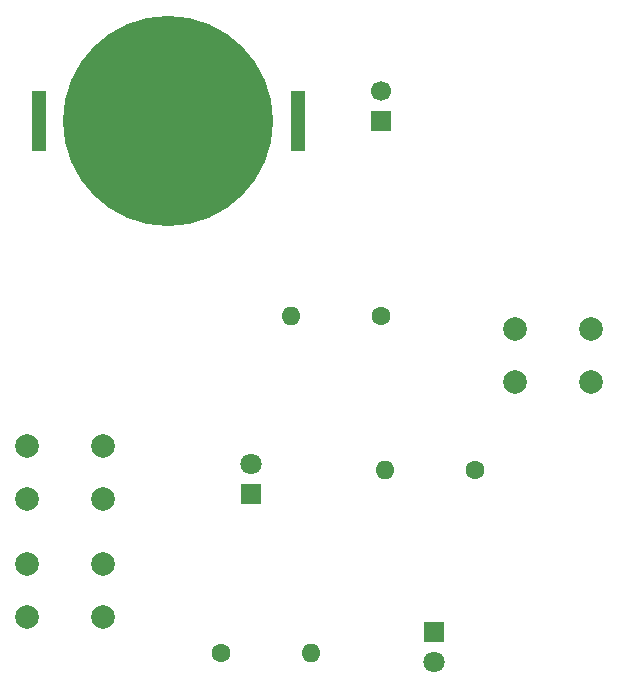
<source format=gbs>
G04 #@! TF.GenerationSoftware,KiCad,Pcbnew,9.0.1*
G04 #@! TF.CreationDate,2025-04-26T15:50:14-04:00*
G04 #@! TF.ProjectId,FISH,46495348-2e6b-4696-9361-645f70636258,rev?*
G04 #@! TF.SameCoordinates,Original*
G04 #@! TF.FileFunction,Soldermask,Bot*
G04 #@! TF.FilePolarity,Negative*
%FSLAX46Y46*%
G04 Gerber Fmt 4.6, Leading zero omitted, Abs format (unit mm)*
G04 Created by KiCad (PCBNEW 9.0.1) date 2025-04-26 15:50:14*
%MOMM*%
%LPD*%
G01*
G04 APERTURE LIST*
%ADD10C,17.800000*%
%ADD11R,1.270000X5.080000*%
%ADD12C,1.600000*%
%ADD13O,1.600000X1.600000*%
%ADD14C,1.800000*%
%ADD15R,1.800000X1.800000*%
%ADD16C,2.000000*%
%ADD17R,1.700000X1.700000*%
%ADD18C,1.700000*%
G04 APERTURE END LIST*
D10*
G04 #@! TO.C,BT1*
X141500000Y-90500000D03*
D11*
X130515000Y-90500000D03*
X152485000Y-90500000D03*
G04 #@! TD*
D12*
G04 #@! TO.C,R1*
X146000000Y-135500000D03*
D13*
X153620000Y-135500000D03*
G04 #@! TD*
G04 #@! TO.C,R2*
X159880000Y-120000000D03*
D12*
X167500000Y-120000000D03*
G04 #@! TD*
D13*
G04 #@! TO.C,R3*
X151880000Y-107000000D03*
D12*
X159500000Y-107000000D03*
G04 #@! TD*
D14*
G04 #@! TO.C,D2*
X148500000Y-119500000D03*
D15*
X148500000Y-122040000D03*
G04 #@! TD*
D16*
G04 #@! TO.C,SW3*
X170832527Y-108057867D03*
X177332527Y-108057867D03*
X170832527Y-112557867D03*
X177332527Y-112557867D03*
G04 #@! TD*
G04 #@! TO.C,SW2*
X129500000Y-118000000D03*
X136000000Y-118000000D03*
X129500000Y-122500000D03*
X136000000Y-122500000D03*
G04 #@! TD*
G04 #@! TO.C,SW1*
X129500000Y-128000000D03*
X136000000Y-128000000D03*
X129500000Y-132500000D03*
X136000000Y-132500000D03*
G04 #@! TD*
D17*
G04 #@! TO.C,M1*
X159500000Y-90500000D03*
D18*
X159500000Y-87960000D03*
G04 #@! TD*
D15*
G04 #@! TO.C,D1*
X164000000Y-133725000D03*
D14*
X164000000Y-136265000D03*
G04 #@! TD*
M02*

</source>
